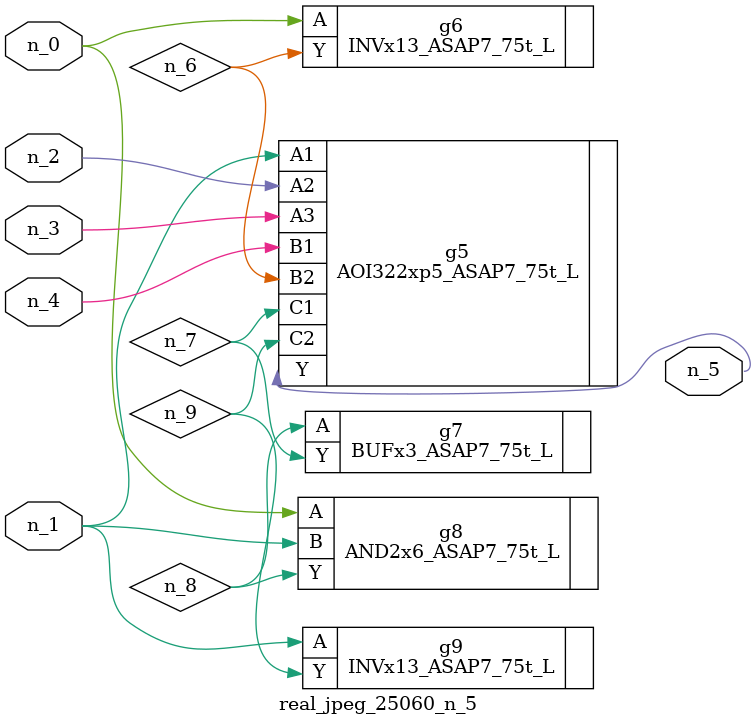
<source format=v>
module real_jpeg_25060_n_5 (n_4, n_0, n_1, n_2, n_3, n_5);

input n_4;
input n_0;
input n_1;
input n_2;
input n_3;

output n_5;

wire n_8;
wire n_6;
wire n_7;
wire n_9;

INVx13_ASAP7_75t_L g6 ( 
.A(n_0),
.Y(n_6)
);

AND2x6_ASAP7_75t_L g8 ( 
.A(n_0),
.B(n_1),
.Y(n_8)
);

AOI322xp5_ASAP7_75t_L g5 ( 
.A1(n_1),
.A2(n_2),
.A3(n_3),
.B1(n_4),
.B2(n_6),
.C1(n_7),
.C2(n_9),
.Y(n_5)
);

INVx13_ASAP7_75t_L g9 ( 
.A(n_1),
.Y(n_9)
);

BUFx3_ASAP7_75t_L g7 ( 
.A(n_8),
.Y(n_7)
);


endmodule
</source>
